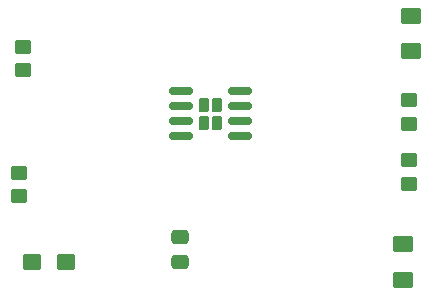
<source format=gbr>
%TF.GenerationSoftware,KiCad,Pcbnew,(6.0.10)*%
%TF.CreationDate,2023-02-17T09:14:47-08:00*%
%TF.ProjectId,555 Timer,35353520-5469-46d6-9572-2e6b69636164,rev?*%
%TF.SameCoordinates,Original*%
%TF.FileFunction,Paste,Top*%
%TF.FilePolarity,Positive*%
%FSLAX46Y46*%
G04 Gerber Fmt 4.6, Leading zero omitted, Abs format (unit mm)*
G04 Created by KiCad (PCBNEW (6.0.10)) date 2023-02-17 09:14:47*
%MOMM*%
%LPD*%
G01*
G04 APERTURE LIST*
G04 Aperture macros list*
%AMRoundRect*
0 Rectangle with rounded corners*
0 $1 Rounding radius*
0 $2 $3 $4 $5 $6 $7 $8 $9 X,Y pos of 4 corners*
0 Add a 4 corners polygon primitive as box body*
4,1,4,$2,$3,$4,$5,$6,$7,$8,$9,$2,$3,0*
0 Add four circle primitives for the rounded corners*
1,1,$1+$1,$2,$3*
1,1,$1+$1,$4,$5*
1,1,$1+$1,$6,$7*
1,1,$1+$1,$8,$9*
0 Add four rect primitives between the rounded corners*
20,1,$1+$1,$2,$3,$4,$5,0*
20,1,$1+$1,$4,$5,$6,$7,0*
20,1,$1+$1,$6,$7,$8,$9,0*
20,1,$1+$1,$8,$9,$2,$3,0*%
G04 Aperture macros list end*
%ADD10RoundRect,0.250000X-0.537500X-0.425000X0.537500X-0.425000X0.537500X0.425000X-0.537500X0.425000X0*%
%ADD11RoundRect,0.250000X-0.450000X0.350000X-0.450000X-0.350000X0.450000X-0.350000X0.450000X0.350000X0*%
%ADD12RoundRect,0.250001X0.624999X-0.462499X0.624999X0.462499X-0.624999X0.462499X-0.624999X-0.462499X0*%
%ADD13RoundRect,0.230000X0.230000X0.375000X-0.230000X0.375000X-0.230000X-0.375000X0.230000X-0.375000X0*%
%ADD14RoundRect,0.150000X0.825000X0.150000X-0.825000X0.150000X-0.825000X-0.150000X0.825000X-0.150000X0*%
%ADD15RoundRect,0.250000X-0.475000X0.337500X-0.475000X-0.337500X0.475000X-0.337500X0.475000X0.337500X0*%
G04 APERTURE END LIST*
D10*
%TO.C,C1*%
X134782500Y-109220000D03*
X137657500Y-109220000D03*
%TD*%
D11*
%TO.C,R4*%
X166640000Y-100600000D03*
X166640000Y-102600000D03*
%TD*%
%TO.C,R3*%
X166640000Y-95520000D03*
X166640000Y-97520000D03*
%TD*%
D12*
%TO.C,D2*%
X166152500Y-110707500D03*
X166152500Y-107732500D03*
%TD*%
%TO.C,LED1*%
X166840000Y-91327500D03*
X166840000Y-88352500D03*
%TD*%
D13*
%TO.C,U1*%
X150430000Y-95937500D03*
X149290000Y-97437500D03*
X149290000Y-95937500D03*
X150430000Y-97437500D03*
D14*
X152335000Y-98592500D03*
X152335000Y-97322500D03*
X152335000Y-96052500D03*
X152335000Y-94782500D03*
X147385000Y-94782500D03*
X147385000Y-96052500D03*
X147385000Y-97322500D03*
X147385000Y-98592500D03*
%TD*%
D11*
%TO.C,R1*%
X133995000Y-90980000D03*
X133995000Y-92980000D03*
%TD*%
D15*
%TO.C,C2*%
X147320000Y-107145000D03*
X147320000Y-109220000D03*
%TD*%
D11*
%TO.C,R2*%
X133620000Y-101665000D03*
X133620000Y-103665000D03*
%TD*%
M02*

</source>
